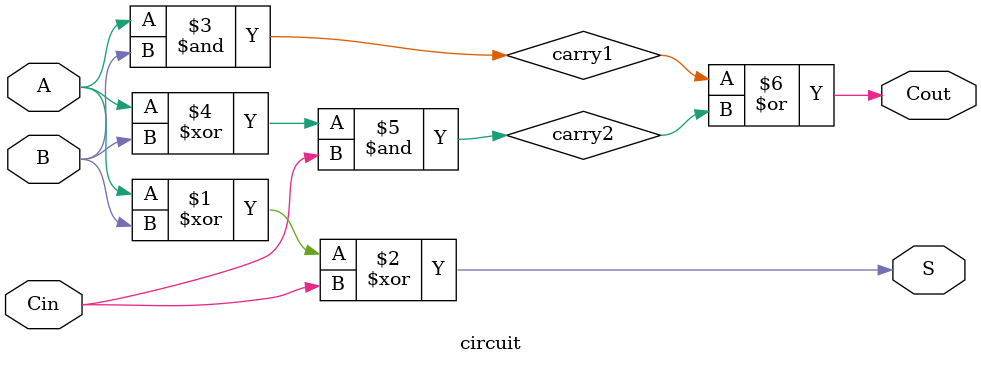
<source format=v>
module circuit(input A, input B, input Cin, output S, output Cout);
    wire S, c1;
    assign S=A^B^Cin;

    assign carry1 = A & B;
    assign carry2 = (A ^ B) & Cin;

    assign Cout = carry1 | carry2;
endmodule
</source>
